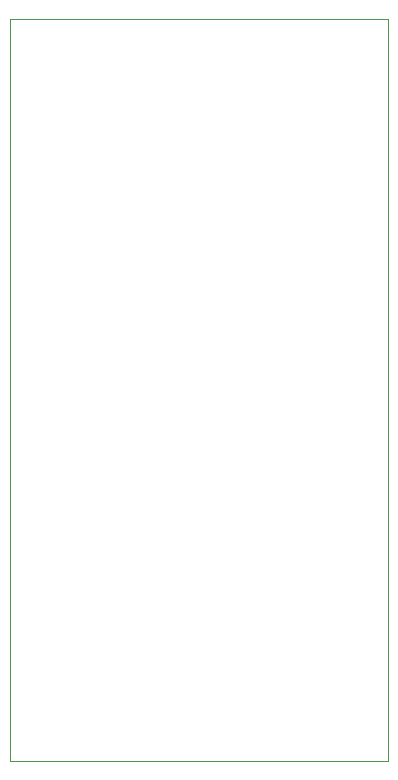
<source format=gbr>
%TF.GenerationSoftware,KiCad,Pcbnew,(5.1.12-1-10_14)*%
%TF.CreationDate,2021-11-23T10:57:09-05:00*%
%TF.ProjectId,EMB2,454d4232-2e6b-4696-9361-645f70636258,rev?*%
%TF.SameCoordinates,Original*%
%TF.FileFunction,Profile,NP*%
%FSLAX46Y46*%
G04 Gerber Fmt 4.6, Leading zero omitted, Abs format (unit mm)*
G04 Created by KiCad (PCBNEW (5.1.12-1-10_14)) date 2021-11-23 10:57:09*
%MOMM*%
%LPD*%
G01*
G04 APERTURE LIST*
%TA.AperFunction,Profile*%
%ADD10C,0.050000*%
%TD*%
G04 APERTURE END LIST*
D10*
X132473600Y-136431100D02*
X164528600Y-136431100D01*
X164528600Y-136431100D02*
X164528600Y-73576100D01*
X164528600Y-73576100D02*
X132473600Y-73576100D01*
X132473600Y-73576100D02*
X132473600Y-136431100D01*
M02*

</source>
